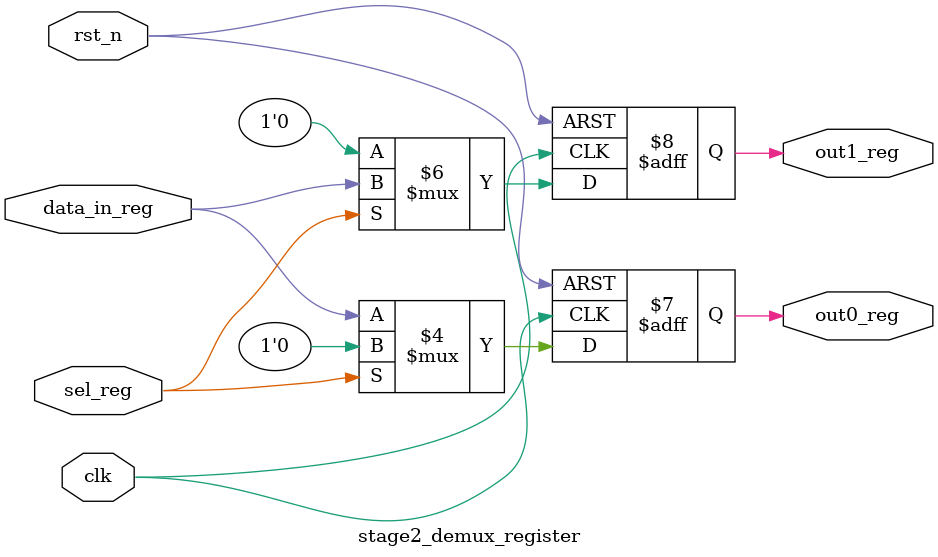
<source format=sv>

module basic_1to2_demux (
    input  wire clk,                // Clock for pipelining stages
    input  wire rst_n,              // Asynchronous active-low reset
    input  wire data_in,            // Input data to be routed
    input  wire sel,                // Selection line
    output wire out0,               // Output line 0
    output wire out1                // Output line 1
);

    // Stage 1 output signals
    wire data_in_stage1;
    wire sel_stage1;

    // Stage 2 output signals
    wire out0_stage2;
    wire out1_stage2;

    // Stage 1: Input Register Pipeline
    stage1_input_register u_stage1_input_register (
        .clk            (clk),
        .rst_n          (rst_n),
        .data_in        (data_in),
        .sel_in         (sel),
        .data_in_reg    (data_in_stage1),
        .sel_reg        (sel_stage1)
    );

    // Stage 2: Demux and Output Register Pipeline
    stage2_demux_register u_stage2_demux_register (
        .clk            (clk),
        .rst_n          (rst_n),
        .data_in_reg    (data_in_stage1),
        .sel_reg        (sel_stage1),
        .out0_reg       (out0_stage2),
        .out1_reg       (out1_stage2)
    );

    // Output assignments for clear pipelined dataflow
    assign out0 = out0_stage2;
    assign out1 = out1_stage2;

endmodule

// -----------------------------------------------------------------------------
// Stage 1: Input Register Pipeline
// Latches input data and select signal to improve timing and dataflow
// -----------------------------------------------------------------------------
module stage1_input_register (
    input  wire clk,
    input  wire rst_n,
    input  wire data_in,
    input  wire sel_in,
    output reg  data_in_reg,
    output reg  sel_reg
);
    always @(posedge clk or negedge rst_n) begin
        if (!rst_n) begin
            data_in_reg <= 1'b0;
            sel_reg     <= 1'b0;
        end else begin
            data_in_reg <= data_in;
            sel_reg     <= sel_in;
        end
    end
endmodule

// -----------------------------------------------------------------------------
// Stage 2: Demux and Output Register Pipeline
// Decodes select signal and registers the outputs for pipelined dataflow
// -----------------------------------------------------------------------------
module stage2_demux_register (
    input  wire clk,
    input  wire rst_n,
    input  wire data_in_reg,
    input  wire sel_reg,
    output reg  out0_reg,
    output reg  out1_reg
);
    always @(posedge clk or negedge rst_n) begin
        if (!rst_n) begin
            out0_reg <= 1'b0;
            out1_reg <= 1'b0;
        end else begin
            out0_reg <= (sel_reg == 1'b0) ? data_in_reg : 1'b0;
            out1_reg <= (sel_reg == 1'b1) ? data_in_reg : 1'b0;
        end
    end
endmodule
</source>
